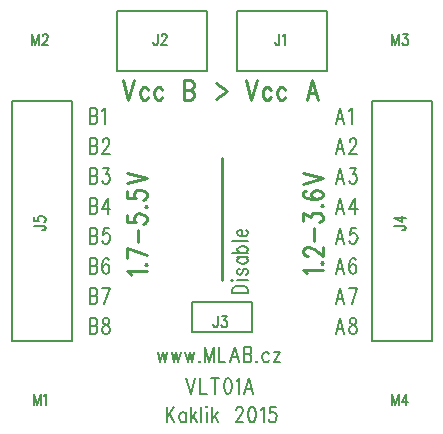
<source format=gbr>
G04 This is an RS-274x file exported by *
G04 gerbv version 2.6.1 *
G04 More information is available about gerbv at *
G04 http://gerbv.geda-project.org/ *
G04 --End of header info--*
%MOIN*%
%FSLAX34Y34*%
%IPPOS*%
%IN "TXB0108.pcb"*%
G04 --Define apertures--*
%ADD10C,0.0010*%
%ADD11C,0.0100*%
%ADD12C,0.0050*%
%ADD13C,0.0080*%
G04 --Start main section--*
G54D11*
G01X0016705Y0024706D02*
G01X0016886Y0024050D01*
G01X0017068Y0024706D02*
G01X0016886Y0024050D01*
G01X0017546Y0024394D02*
G01X0017500Y0024456D01*
G01X0017500Y0024456D02*
G01X0017455Y0024488D01*
G01X0017455Y0024488D02*
G01X0017386Y0024488D01*
G01X0017386Y0024488D02*
G01X0017341Y0024456D01*
G01X0017341Y0024456D02*
G01X0017296Y0024394D01*
G01X0017296Y0024394D02*
G01X0017273Y0024300D01*
G01X0017273Y0024300D02*
G01X0017273Y0024238D01*
G01X0017273Y0024238D02*
G01X0017296Y0024144D01*
G01X0017296Y0024144D02*
G01X0017341Y0024081D01*
G01X0017341Y0024081D02*
G01X0017386Y0024050D01*
G01X0017386Y0024050D02*
G01X0017455Y0024050D01*
G01X0017455Y0024050D02*
G01X0017500Y0024081D01*
G01X0017500Y0024081D02*
G01X0017546Y0024144D01*
G01X0018023Y0024394D02*
G01X0017977Y0024456D01*
G01X0017977Y0024456D02*
G01X0017932Y0024488D01*
G01X0017932Y0024488D02*
G01X0017864Y0024488D01*
G01X0017864Y0024488D02*
G01X0017818Y0024456D01*
G01X0017818Y0024456D02*
G01X0017773Y0024394D01*
G01X0017773Y0024394D02*
G01X0017750Y0024300D01*
G01X0017750Y0024300D02*
G01X0017750Y0024238D01*
G01X0017750Y0024238D02*
G01X0017773Y0024144D01*
G01X0017773Y0024144D02*
G01X0017818Y0024081D01*
G01X0017818Y0024081D02*
G01X0017864Y0024050D01*
G01X0017864Y0024050D02*
G01X0017932Y0024050D01*
G01X0017932Y0024050D02*
G01X0017977Y0024081D01*
G01X0017977Y0024081D02*
G01X0018023Y0024144D01*
G01X0018750Y0024706D02*
G01X0018750Y0024050D01*
G01X0018750Y0024706D02*
G01X0018955Y0024706D01*
G01X0018955Y0024706D02*
G01X0019023Y0024675D01*
G01X0019023Y0024675D02*
G01X0019046Y0024644D01*
G01X0019046Y0024644D02*
G01X0019068Y0024581D01*
G01X0019068Y0024581D02*
G01X0019068Y0024519D01*
G01X0019068Y0024519D02*
G01X0019046Y0024456D01*
G01X0019046Y0024456D02*
G01X0019023Y0024425D01*
G01X0019023Y0024425D02*
G01X0018955Y0024394D01*
G01X0018750Y0024394D02*
G01X0018955Y0024394D01*
G01X0018955Y0024394D02*
G01X0019023Y0024362D01*
G01X0019023Y0024362D02*
G01X0019046Y0024331D01*
G01X0019046Y0024331D02*
G01X0019068Y0024269D01*
G01X0019068Y0024269D02*
G01X0019068Y0024175D01*
G01X0019068Y0024175D02*
G01X0019046Y0024113D01*
G01X0019046Y0024113D02*
G01X0019023Y0024081D01*
G01X0019023Y0024081D02*
G01X0018955Y0024050D01*
G01X0018955Y0024050D02*
G01X0018750Y0024050D01*
G01X0019796Y0024613D02*
G01X0020159Y0024362D01*
G01X0020159Y0024362D02*
G01X0019796Y0024081D01*
G01X0020795Y0024706D02*
G01X0020977Y0024050D01*
G01X0021159Y0024706D02*
G01X0020977Y0024050D01*
G01X0021636Y0024394D02*
G01X0021591Y0024456D01*
G01X0021591Y0024456D02*
G01X0021546Y0024488D01*
G01X0021546Y0024488D02*
G01X0021477Y0024488D01*
G01X0021477Y0024488D02*
G01X0021432Y0024456D01*
G01X0021432Y0024456D02*
G01X0021386Y0024394D01*
G01X0021386Y0024394D02*
G01X0021364Y0024300D01*
G01X0021364Y0024300D02*
G01X0021364Y0024238D01*
G01X0021364Y0024238D02*
G01X0021386Y0024144D01*
G01X0021386Y0024144D02*
G01X0021432Y0024081D01*
G01X0021432Y0024081D02*
G01X0021477Y0024050D01*
G01X0021477Y0024050D02*
G01X0021546Y0024050D01*
G01X0021546Y0024050D02*
G01X0021591Y0024081D01*
G01X0021591Y0024081D02*
G01X0021636Y0024144D01*
G01X0022114Y0024394D02*
G01X0022068Y0024456D01*
G01X0022068Y0024456D02*
G01X0022023Y0024488D01*
G01X0022023Y0024488D02*
G01X0021955Y0024488D01*
G01X0021955Y0024488D02*
G01X0021909Y0024456D01*
G01X0021909Y0024456D02*
G01X0021864Y0024394D01*
G01X0021864Y0024394D02*
G01X0021841Y0024300D01*
G01X0021841Y0024300D02*
G01X0021841Y0024238D01*
G01X0021841Y0024238D02*
G01X0021864Y0024144D01*
G01X0021864Y0024144D02*
G01X0021909Y0024081D01*
G01X0021909Y0024081D02*
G01X0021955Y0024050D01*
G01X0021955Y0024050D02*
G01X0022023Y0024050D01*
G01X0022023Y0024050D02*
G01X0022068Y0024081D01*
G01X0022068Y0024081D02*
G01X0022114Y0024144D01*
G01X0023023Y0024706D02*
G01X0022841Y0024050D01*
G01X0023023Y0024706D02*
G01X0023205Y0024050D01*
G01X0022909Y0024269D02*
G01X0023136Y0024269D01*
G01X0022839Y0018274D02*
G01X0022808Y0018320D01*
G01X0022808Y0018320D02*
G01X0022714Y0018388D01*
G01X0022714Y0018388D02*
G01X0023370Y0018388D01*
G01X0023308Y0018615D02*
G01X0023339Y0018592D01*
G01X0023339Y0018592D02*
G01X0023370Y0018615D01*
G01X0023370Y0018615D02*
G01X0023339Y0018638D01*
G01X0023339Y0018638D02*
G01X0023308Y0018615D01*
G01X0022870Y0018865D02*
G01X0022839Y0018865D01*
G01X0022839Y0018865D02*
G01X0022776Y0018888D01*
G01X0022776Y0018888D02*
G01X0022745Y0018911D01*
G01X0022745Y0018911D02*
G01X0022714Y0018956D01*
G01X0022714Y0018956D02*
G01X0022714Y0019047D01*
G01X0022714Y0019047D02*
G01X0022745Y0019092D01*
G01X0022745Y0019092D02*
G01X0022776Y0019115D01*
G01X0022776Y0019115D02*
G01X0022839Y0019138D01*
G01X0022839Y0019138D02*
G01X0022901Y0019138D01*
G01X0022901Y0019138D02*
G01X0022964Y0019115D01*
G01X0022964Y0019115D02*
G01X0023058Y0019070D01*
G01X0023058Y0019070D02*
G01X0023370Y0018842D01*
G01X0023370Y0018842D02*
G01X0023370Y0019161D01*
G01X0023089Y0019365D02*
G01X0023089Y0019774D01*
G01X0022714Y0020024D02*
G01X0022714Y0020274D01*
G01X0022714Y0020274D02*
G01X0022964Y0020138D01*
G01X0022964Y0020138D02*
G01X0022964Y0020206D01*
G01X0022964Y0020206D02*
G01X0022995Y0020251D01*
G01X0022995Y0020251D02*
G01X0023026Y0020274D01*
G01X0023026Y0020274D02*
G01X0023120Y0020297D01*
G01X0023120Y0020297D02*
G01X0023183Y0020297D01*
G01X0023183Y0020297D02*
G01X0023276Y0020274D01*
G01X0023276Y0020274D02*
G01X0023339Y0020229D01*
G01X0023339Y0020229D02*
G01X0023370Y0020161D01*
G01X0023370Y0020161D02*
G01X0023370Y0020092D01*
G01X0023370Y0020092D02*
G01X0023339Y0020024D01*
G01X0023339Y0020024D02*
G01X0023308Y0020001D01*
G01X0023308Y0020001D02*
G01X0023245Y0019979D01*
G01X0023308Y0020524D02*
G01X0023339Y0020501D01*
G01X0023339Y0020501D02*
G01X0023370Y0020524D01*
G01X0023370Y0020524D02*
G01X0023339Y0020547D01*
G01X0023339Y0020547D02*
G01X0023308Y0020524D01*
G01X0022808Y0021024D02*
G01X0022745Y0021001D01*
G01X0022745Y0021001D02*
G01X0022714Y0020933D01*
G01X0022714Y0020933D02*
G01X0022714Y0020888D01*
G01X0022714Y0020888D02*
G01X0022745Y0020820D01*
G01X0022745Y0020820D02*
G01X0022839Y0020774D01*
G01X0022839Y0020774D02*
G01X0022995Y0020751D01*
G01X0022995Y0020751D02*
G01X0023151Y0020751D01*
G01X0023151Y0020751D02*
G01X0023276Y0020774D01*
G01X0023276Y0020774D02*
G01X0023339Y0020820D01*
G01X0023339Y0020820D02*
G01X0023370Y0020888D01*
G01X0023370Y0020888D02*
G01X0023370Y0020911D01*
G01X0023370Y0020911D02*
G01X0023339Y0020979D01*
G01X0023339Y0020979D02*
G01X0023276Y0021024D01*
G01X0023276Y0021024D02*
G01X0023183Y0021047D01*
G01X0023183Y0021047D02*
G01X0023151Y0021047D01*
G01X0023151Y0021047D02*
G01X0023058Y0021024D01*
G01X0023058Y0021024D02*
G01X0022995Y0020979D01*
G01X0022995Y0020979D02*
G01X0022964Y0020911D01*
G01X0022964Y0020911D02*
G01X0022964Y0020888D01*
G01X0022964Y0020888D02*
G01X0022995Y0020820D01*
G01X0022995Y0020820D02*
G01X0023058Y0020774D01*
G01X0023058Y0020774D02*
G01X0023151Y0020751D01*
G01X0022714Y0021251D02*
G01X0023370Y0021433D01*
G01X0022714Y0021615D02*
G01X0023370Y0021433D01*
G01X0016969Y0018220D02*
G01X0016938Y0018266D01*
G01X0016938Y0018266D02*
G01X0016844Y0018334D01*
G01X0016844Y0018334D02*
G01X0017501Y0018334D01*
G01X0017438Y0018561D02*
G01X0017469Y0018538D01*
G01X0017469Y0018538D02*
G01X0017501Y0018561D01*
G01X0017501Y0018561D02*
G01X0017469Y0018584D01*
G01X0017469Y0018584D02*
G01X0017438Y0018561D01*
G01X0016844Y0019106D02*
G01X0017501Y0018879D01*
G01X0016844Y0018788D02*
G01X0016844Y0019106D01*
G01X0017219Y0019311D02*
G01X0017219Y0019720D01*
G01X0016844Y0020220D02*
G01X0016844Y0019993D01*
G01X0016844Y0019993D02*
G01X0017126Y0019970D01*
G01X0017126Y0019970D02*
G01X0017094Y0019993D01*
G01X0017094Y0019993D02*
G01X0017063Y0020061D01*
G01X0017063Y0020061D02*
G01X0017063Y0020129D01*
G01X0017063Y0020129D02*
G01X0017094Y0020197D01*
G01X0017094Y0020197D02*
G01X0017157Y0020243D01*
G01X0017157Y0020243D02*
G01X0017251Y0020266D01*
G01X0017251Y0020266D02*
G01X0017313Y0020243D01*
G01X0017313Y0020243D02*
G01X0017407Y0020220D01*
G01X0017407Y0020220D02*
G01X0017469Y0020175D01*
G01X0017469Y0020175D02*
G01X0017501Y0020106D01*
G01X0017501Y0020106D02*
G01X0017501Y0020038D01*
G01X0017501Y0020038D02*
G01X0017469Y0019970D01*
G01X0017469Y0019970D02*
G01X0017438Y0019947D01*
G01X0017438Y0019947D02*
G01X0017376Y0019925D01*
G01X0017438Y0020493D02*
G01X0017469Y0020470D01*
G01X0017469Y0020470D02*
G01X0017501Y0020493D01*
G01X0017501Y0020493D02*
G01X0017469Y0020516D01*
G01X0017469Y0020516D02*
G01X0017438Y0020493D01*
G01X0016844Y0021016D02*
G01X0016844Y0020788D01*
G01X0016844Y0020788D02*
G01X0017126Y0020766D01*
G01X0017126Y0020766D02*
G01X0017094Y0020788D01*
G01X0017094Y0020788D02*
G01X0017063Y0020856D01*
G01X0017063Y0020856D02*
G01X0017063Y0020925D01*
G01X0017063Y0020925D02*
G01X0017094Y0020993D01*
G01X0017094Y0020993D02*
G01X0017157Y0021038D01*
G01X0017157Y0021038D02*
G01X0017251Y0021061D01*
G01X0017251Y0021061D02*
G01X0017313Y0021038D01*
G01X0017313Y0021038D02*
G01X0017407Y0021016D01*
G01X0017407Y0021016D02*
G01X0017469Y0020970D01*
G01X0017469Y0020970D02*
G01X0017501Y0020902D01*
G01X0017501Y0020902D02*
G01X0017501Y0020834D01*
G01X0017501Y0020834D02*
G01X0017469Y0020766D01*
G01X0017469Y0020766D02*
G01X0017438Y0020743D01*
G01X0017438Y0020743D02*
G01X0017376Y0020720D01*
G01X0016844Y0021266D02*
G01X0017501Y0021447D01*
G01X0016844Y0021629D02*
G01X0017501Y0021447D01*
G01X0020000Y0022130D02*
G01X0020000Y0018040D01*
G54D12*
G01X0021921Y0026259D02*
G01X0021921Y0025959D01*
G01X0021921Y0025959D02*
G01X0021907Y0025903D01*
G01X0021907Y0025903D02*
G01X0021893Y0025884D01*
G01X0021893Y0025884D02*
G01X0021866Y0025866D01*
G01X0021866Y0025866D02*
G01X0021839Y0025866D01*
G01X0021839Y0025866D02*
G01X0021811Y0025884D01*
G01X0021811Y0025884D02*
G01X0021798Y0025903D01*
G01X0021798Y0025903D02*
G01X0021784Y0025959D01*
G01X0021784Y0025959D02*
G01X0021784Y0025997D01*
G01X0022043Y0026184D02*
G01X0022071Y0026203D01*
G01X0022071Y0026203D02*
G01X0022111Y0026259D01*
G01X0022111Y0026259D02*
G01X0022111Y0025866D01*
G01X0017859Y0026259D02*
G01X0017859Y0025959D01*
G01X0017859Y0025959D02*
G01X0017846Y0025903D01*
G01X0017846Y0025903D02*
G01X0017832Y0025884D01*
G01X0017832Y0025884D02*
G01X0017805Y0025866D01*
G01X0017805Y0025866D02*
G01X0017777Y0025866D01*
G01X0017777Y0025866D02*
G01X0017750Y0025884D01*
G01X0017750Y0025884D02*
G01X0017736Y0025903D01*
G01X0017736Y0025903D02*
G01X0017723Y0025959D01*
G01X0017723Y0025959D02*
G01X0017723Y0025997D01*
G01X0017996Y0026166D02*
G01X0017996Y0026184D01*
G01X0017996Y0026184D02*
G01X0018009Y0026222D01*
G01X0018009Y0026222D02*
G01X0018023Y0026241D01*
G01X0018023Y0026241D02*
G01X0018050Y0026259D01*
G01X0018050Y0026259D02*
G01X0018105Y0026259D01*
G01X0018105Y0026259D02*
G01X0018132Y0026241D01*
G01X0018132Y0026241D02*
G01X0018146Y0026222D01*
G01X0018146Y0026222D02*
G01X0018159Y0026184D01*
G01X0018159Y0026184D02*
G01X0018159Y0026147D01*
G01X0018159Y0026147D02*
G01X0018146Y0026109D01*
G01X0018146Y0026109D02*
G01X0018118Y0026053D01*
G01X0018118Y0026053D02*
G01X0017982Y0025866D01*
G01X0017982Y0025866D02*
G01X0018173Y0025866D01*
G01X0025741Y0019852D02*
G01X0026041Y0019852D01*
G01X0026041Y0019852D02*
G01X0026097Y0019839D01*
G01X0026097Y0019839D02*
G01X0026116Y0019825D01*
G01X0026116Y0019825D02*
G01X0026134Y0019798D01*
G01X0026134Y0019798D02*
G01X0026134Y0019771D01*
G01X0026134Y0019771D02*
G01X0026116Y0019743D01*
G01X0026116Y0019743D02*
G01X0026097Y0019730D01*
G01X0026097Y0019730D02*
G01X0026041Y0019716D01*
G01X0026041Y0019716D02*
G01X0026003Y0019716D01*
G01X0025741Y0020111D02*
G01X0026003Y0019975D01*
G01X0026003Y0019975D02*
G01X0026003Y0020180D01*
G01X0025741Y0020111D02*
G01X0026134Y0020111D01*
G01X0013741Y0019852D02*
G01X0014041Y0019852D01*
G01X0014041Y0019852D02*
G01X0014097Y0019839D01*
G01X0014097Y0019839D02*
G01X0014116Y0019825D01*
G01X0014116Y0019825D02*
G01X0014134Y0019798D01*
G01X0014134Y0019798D02*
G01X0014134Y0019771D01*
G01X0014134Y0019771D02*
G01X0014116Y0019743D01*
G01X0014116Y0019743D02*
G01X0014097Y0019730D01*
G01X0014097Y0019730D02*
G01X0014041Y0019716D01*
G01X0014041Y0019716D02*
G01X0014003Y0019716D01*
G01X0013741Y0020152D02*
G01X0013741Y0020016D01*
G01X0013741Y0020016D02*
G01X0013909Y0020002D01*
G01X0013909Y0020002D02*
G01X0013891Y0020016D01*
G01X0013891Y0020016D02*
G01X0013872Y0020057D01*
G01X0013872Y0020057D02*
G01X0013872Y0020098D01*
G01X0013872Y0020098D02*
G01X0013891Y0020139D01*
G01X0013891Y0020139D02*
G01X0013928Y0020166D01*
G01X0013928Y0020166D02*
G01X0013984Y0020180D01*
G01X0013984Y0020180D02*
G01X0014022Y0020166D01*
G01X0014022Y0020166D02*
G01X0014078Y0020152D01*
G01X0014078Y0020152D02*
G01X0014116Y0020125D01*
G01X0014116Y0020125D02*
G01X0014134Y0020084D01*
G01X0014134Y0020084D02*
G01X0014134Y0020043D01*
G01X0014134Y0020043D02*
G01X0014116Y0020002D01*
G01X0014116Y0020002D02*
G01X0014097Y0019989D01*
G01X0014097Y0019989D02*
G01X0014059Y0019975D01*
G01X0013743Y0014259D02*
G01X0013743Y0013866D01*
G01X0013743Y0014259D02*
G01X0013852Y0013866D01*
G01X0013961Y0014259D02*
G01X0013852Y0013866D01*
G01X0013961Y0014259D02*
G01X0013961Y0013866D01*
G01X0014084Y0014184D02*
G01X0014111Y0014203D01*
G01X0014111Y0014203D02*
G01X0014152Y0014259D01*
G01X0014152Y0014259D02*
G01X0014152Y0013866D01*
G01X0013682Y0026259D02*
G01X0013682Y0025866D01*
G01X0013682Y0026259D02*
G01X0013791Y0025866D01*
G01X0013900Y0026259D02*
G01X0013791Y0025866D01*
G01X0013900Y0026259D02*
G01X0013900Y0025866D01*
G01X0014036Y0026166D02*
G01X0014036Y0026184D01*
G01X0014036Y0026184D02*
G01X0014050Y0026222D01*
G01X0014050Y0026222D02*
G01X0014064Y0026241D01*
G01X0014064Y0026241D02*
G01X0014091Y0026259D01*
G01X0014091Y0026259D02*
G01X0014146Y0026259D01*
G01X0014146Y0026259D02*
G01X0014173Y0026241D01*
G01X0014173Y0026241D02*
G01X0014186Y0026222D01*
G01X0014186Y0026222D02*
G01X0014200Y0026184D01*
G01X0014200Y0026184D02*
G01X0014200Y0026147D01*
G01X0014200Y0026147D02*
G01X0014186Y0026109D01*
G01X0014186Y0026109D02*
G01X0014159Y0026053D01*
G01X0014159Y0026053D02*
G01X0014023Y0025866D01*
G01X0014023Y0025866D02*
G01X0014214Y0025866D01*
G01X0025682Y0026259D02*
G01X0025682Y0025866D01*
G01X0025682Y0026259D02*
G01X0025791Y0025866D01*
G01X0025900Y0026259D02*
G01X0025791Y0025866D01*
G01X0025900Y0026259D02*
G01X0025900Y0025866D01*
G01X0026050Y0026259D02*
G01X0026200Y0026259D01*
G01X0026200Y0026259D02*
G01X0026118Y0026109D01*
G01X0026118Y0026109D02*
G01X0026159Y0026109D01*
G01X0026159Y0026109D02*
G01X0026186Y0026091D01*
G01X0026186Y0026091D02*
G01X0026200Y0026072D01*
G01X0026200Y0026072D02*
G01X0026214Y0026016D01*
G01X0026214Y0026016D02*
G01X0026214Y0025978D01*
G01X0026214Y0025978D02*
G01X0026200Y0025922D01*
G01X0026200Y0025922D02*
G01X0026173Y0025884D01*
G01X0026173Y0025884D02*
G01X0026132Y0025866D01*
G01X0026132Y0025866D02*
G01X0026091Y0025866D01*
G01X0026091Y0025866D02*
G01X0026050Y0025884D01*
G01X0026050Y0025884D02*
G01X0026036Y0025903D01*
G01X0026036Y0025903D02*
G01X0026023Y0025941D01*
G01X0025675Y0014259D02*
G01X0025675Y0013866D01*
G01X0025675Y0014259D02*
G01X0025784Y0013866D01*
G01X0025893Y0014259D02*
G01X0025784Y0013866D01*
G01X0025893Y0014259D02*
G01X0025893Y0013866D01*
G01X0026152Y0014259D02*
G01X0026016Y0013997D01*
G01X0026016Y0013997D02*
G01X0026221Y0013997D01*
G01X0026152Y0014259D02*
G01X0026152Y0013866D01*
G01X0019859Y0016859D02*
G01X0019859Y0016559D01*
G01X0019859Y0016559D02*
G01X0019846Y0016503D01*
G01X0019846Y0016503D02*
G01X0019832Y0016484D01*
G01X0019832Y0016484D02*
G01X0019805Y0016466D01*
G01X0019805Y0016466D02*
G01X0019777Y0016466D01*
G01X0019777Y0016466D02*
G01X0019750Y0016484D01*
G01X0019750Y0016484D02*
G01X0019736Y0016503D01*
G01X0019736Y0016503D02*
G01X0019723Y0016559D01*
G01X0019723Y0016559D02*
G01X0019723Y0016597D01*
G01X0020009Y0016859D02*
G01X0020159Y0016859D01*
G01X0020159Y0016859D02*
G01X0020077Y0016709D01*
G01X0020077Y0016709D02*
G01X0020118Y0016709D01*
G01X0020118Y0016709D02*
G01X0020146Y0016691D01*
G01X0020146Y0016691D02*
G01X0020159Y0016672D01*
G01X0020159Y0016672D02*
G01X0020173Y0016616D01*
G01X0020173Y0016616D02*
G01X0020173Y0016578D01*
G01X0020173Y0016578D02*
G01X0020159Y0016522D01*
G01X0020159Y0016522D02*
G01X0020132Y0016484D01*
G01X0020132Y0016484D02*
G01X0020091Y0016466D01*
G01X0020091Y0016466D02*
G01X0020050Y0016466D01*
G01X0020050Y0016466D02*
G01X0020009Y0016484D01*
G01X0020009Y0016484D02*
G01X0019996Y0016503D01*
G01X0019996Y0016503D02*
G01X0019982Y0016541D01*
G54D13*
G01X0020500Y0027000D02*
G01X0023500Y0027000D01*
G01X0023500Y0027000D02*
G01X0023500Y0025000D01*
G01X0023500Y0025000D02*
G01X0020500Y0025000D01*
G01X0020500Y0025000D02*
G01X0020500Y0027000D01*
G01X0016500Y0027000D02*
G01X0019500Y0027000D01*
G01X0019500Y0027000D02*
G01X0019500Y0025000D01*
G01X0019500Y0025000D02*
G01X0016500Y0025000D01*
G01X0016500Y0025000D02*
G01X0016500Y0027000D01*
G01X0025000Y0016000D02*
G01X0025000Y0024000D01*
G01X0025000Y0024000D02*
G01X0027000Y0024000D01*
G01X0027000Y0024000D02*
G01X0027000Y0016000D01*
G01X0027000Y0016000D02*
G01X0025000Y0016000D01*
G01X0013000Y0016000D02*
G01X0013000Y0024000D01*
G01X0013000Y0024000D02*
G01X0015000Y0024000D01*
G01X0015000Y0024000D02*
G01X0015000Y0016000D01*
G01X0015000Y0016000D02*
G01X0013000Y0016000D01*
G01X0021000Y0016300D02*
G01X0019000Y0016300D01*
G01X0019000Y0016300D02*
G01X0019000Y0017300D01*
G01X0019000Y0017300D02*
G01X0021000Y0017300D01*
G01X0021000Y0017300D02*
G01X0021000Y0016300D01*
G01X0020345Y0017600D02*
G01X0020870Y0017600D01*
G01X0020345Y0017600D02*
G01X0020345Y0017727D01*
G01X0020345Y0017727D02*
G01X0020370Y0017782D01*
G01X0020370Y0017782D02*
G01X0020420Y0017818D01*
G01X0020420Y0017818D02*
G01X0020470Y0017836D01*
G01X0020470Y0017836D02*
G01X0020545Y0017855D01*
G01X0020545Y0017855D02*
G01X0020670Y0017855D01*
G01X0020670Y0017855D02*
G01X0020745Y0017836D01*
G01X0020745Y0017836D02*
G01X0020795Y0017818D01*
G01X0020795Y0017818D02*
G01X0020845Y0017782D01*
G01X0020845Y0017782D02*
G01X0020870Y0017727D01*
G01X0020870Y0017727D02*
G01X0020870Y0017600D01*
G01X0020345Y0018018D02*
G01X0020370Y0018036D01*
G01X0020370Y0018036D02*
G01X0020345Y0018055D01*
G01X0020345Y0018055D02*
G01X0020320Y0018036D01*
G01X0020320Y0018036D02*
G01X0020345Y0018018D01*
G01X0020520Y0018036D02*
G01X0020870Y0018036D01*
G01X0020595Y0018418D02*
G01X0020545Y0018400D01*
G01X0020545Y0018400D02*
G01X0020520Y0018346D01*
G01X0020520Y0018346D02*
G01X0020520Y0018291D01*
G01X0020520Y0018291D02*
G01X0020545Y0018236D01*
G01X0020545Y0018236D02*
G01X0020595Y0018218D01*
G01X0020595Y0018218D02*
G01X0020645Y0018236D01*
G01X0020645Y0018236D02*
G01X0020670Y0018273D01*
G01X0020670Y0018273D02*
G01X0020695Y0018364D01*
G01X0020695Y0018364D02*
G01X0020720Y0018400D01*
G01X0020720Y0018400D02*
G01X0020770Y0018418D01*
G01X0020770Y0018418D02*
G01X0020795Y0018418D01*
G01X0020795Y0018418D02*
G01X0020845Y0018400D01*
G01X0020845Y0018400D02*
G01X0020870Y0018346D01*
G01X0020870Y0018346D02*
G01X0020870Y0018291D01*
G01X0020870Y0018291D02*
G01X0020845Y0018236D01*
G01X0020845Y0018236D02*
G01X0020795Y0018218D01*
G01X0020520Y0018800D02*
G01X0020870Y0018800D01*
G01X0020595Y0018800D02*
G01X0020545Y0018764D01*
G01X0020545Y0018764D02*
G01X0020520Y0018727D01*
G01X0020520Y0018727D02*
G01X0020520Y0018673D01*
G01X0020520Y0018673D02*
G01X0020545Y0018636D01*
G01X0020545Y0018636D02*
G01X0020595Y0018600D01*
G01X0020595Y0018600D02*
G01X0020670Y0018582D01*
G01X0020670Y0018582D02*
G01X0020720Y0018582D01*
G01X0020720Y0018582D02*
G01X0020795Y0018600D01*
G01X0020795Y0018600D02*
G01X0020845Y0018636D01*
G01X0020845Y0018636D02*
G01X0020870Y0018673D01*
G01X0020870Y0018673D02*
G01X0020870Y0018727D01*
G01X0020870Y0018727D02*
G01X0020845Y0018764D01*
G01X0020845Y0018764D02*
G01X0020795Y0018800D01*
G01X0020345Y0018964D02*
G01X0020870Y0018964D01*
G01X0020595Y0018964D02*
G01X0020545Y0019000D01*
G01X0020545Y0019000D02*
G01X0020520Y0019036D01*
G01X0020520Y0019036D02*
G01X0020520Y0019091D01*
G01X0020520Y0019091D02*
G01X0020545Y0019127D01*
G01X0020545Y0019127D02*
G01X0020595Y0019164D01*
G01X0020595Y0019164D02*
G01X0020670Y0019182D01*
G01X0020670Y0019182D02*
G01X0020720Y0019182D01*
G01X0020720Y0019182D02*
G01X0020795Y0019164D01*
G01X0020795Y0019164D02*
G01X0020845Y0019127D01*
G01X0020845Y0019127D02*
G01X0020870Y0019091D01*
G01X0020870Y0019091D02*
G01X0020870Y0019036D01*
G01X0020870Y0019036D02*
G01X0020845Y0019000D01*
G01X0020845Y0019000D02*
G01X0020795Y0018964D01*
G01X0020345Y0019346D02*
G01X0020870Y0019346D01*
G01X0020670Y0019509D02*
G01X0020670Y0019727D01*
G01X0020670Y0019727D02*
G01X0020620Y0019727D01*
G01X0020620Y0019727D02*
G01X0020570Y0019709D01*
G01X0020570Y0019709D02*
G01X0020545Y0019691D01*
G01X0020545Y0019691D02*
G01X0020520Y0019655D01*
G01X0020520Y0019655D02*
G01X0020520Y0019600D01*
G01X0020520Y0019600D02*
G01X0020545Y0019564D01*
G01X0020545Y0019564D02*
G01X0020595Y0019527D01*
G01X0020595Y0019527D02*
G01X0020670Y0019509D01*
G01X0020670Y0019509D02*
G01X0020720Y0019509D01*
G01X0020720Y0019509D02*
G01X0020795Y0019527D01*
G01X0020795Y0019527D02*
G01X0020845Y0019564D01*
G01X0020845Y0019564D02*
G01X0020870Y0019600D01*
G01X0020870Y0019600D02*
G01X0020870Y0019655D01*
G01X0020870Y0019655D02*
G01X0020845Y0019691D01*
G01X0020845Y0019691D02*
G01X0020795Y0019727D01*
G01X0015600Y0023775D02*
G01X0015600Y0023250D01*
G01X0015600Y0023775D02*
G01X0015764Y0023775D01*
G01X0015764Y0023775D02*
G01X0015818Y0023750D01*
G01X0015818Y0023750D02*
G01X0015836Y0023725D01*
G01X0015836Y0023725D02*
G01X0015855Y0023675D01*
G01X0015855Y0023675D02*
G01X0015855Y0023625D01*
G01X0015855Y0023625D02*
G01X0015836Y0023575D01*
G01X0015836Y0023575D02*
G01X0015818Y0023550D01*
G01X0015818Y0023550D02*
G01X0015764Y0023525D01*
G01X0015600Y0023525D02*
G01X0015764Y0023525D01*
G01X0015764Y0023525D02*
G01X0015818Y0023500D01*
G01X0015818Y0023500D02*
G01X0015836Y0023475D01*
G01X0015836Y0023475D02*
G01X0015855Y0023425D01*
G01X0015855Y0023425D02*
G01X0015855Y0023350D01*
G01X0015855Y0023350D02*
G01X0015836Y0023300D01*
G01X0015836Y0023300D02*
G01X0015818Y0023275D01*
G01X0015818Y0023275D02*
G01X0015764Y0023250D01*
G01X0015764Y0023250D02*
G01X0015600Y0023250D01*
G01X0016018Y0023675D02*
G01X0016055Y0023700D01*
G01X0016055Y0023700D02*
G01X0016109Y0023775D01*
G01X0016109Y0023775D02*
G01X0016109Y0023250D01*
G01X0015600Y0022775D02*
G01X0015600Y0022250D01*
G01X0015600Y0022775D02*
G01X0015764Y0022775D01*
G01X0015764Y0022775D02*
G01X0015818Y0022750D01*
G01X0015818Y0022750D02*
G01X0015836Y0022725D01*
G01X0015836Y0022725D02*
G01X0015855Y0022675D01*
G01X0015855Y0022675D02*
G01X0015855Y0022625D01*
G01X0015855Y0022625D02*
G01X0015836Y0022575D01*
G01X0015836Y0022575D02*
G01X0015818Y0022550D01*
G01X0015818Y0022550D02*
G01X0015764Y0022525D01*
G01X0015600Y0022525D02*
G01X0015764Y0022525D01*
G01X0015764Y0022525D02*
G01X0015818Y0022500D01*
G01X0015818Y0022500D02*
G01X0015836Y0022475D01*
G01X0015836Y0022475D02*
G01X0015855Y0022425D01*
G01X0015855Y0022425D02*
G01X0015855Y0022350D01*
G01X0015855Y0022350D02*
G01X0015836Y0022300D01*
G01X0015836Y0022300D02*
G01X0015818Y0022275D01*
G01X0015818Y0022275D02*
G01X0015764Y0022250D01*
G01X0015764Y0022250D02*
G01X0015600Y0022250D01*
G01X0016036Y0022650D02*
G01X0016036Y0022675D01*
G01X0016036Y0022675D02*
G01X0016055Y0022725D01*
G01X0016055Y0022725D02*
G01X0016073Y0022750D01*
G01X0016073Y0022750D02*
G01X0016109Y0022775D01*
G01X0016109Y0022775D02*
G01X0016182Y0022775D01*
G01X0016182Y0022775D02*
G01X0016218Y0022750D01*
G01X0016218Y0022750D02*
G01X0016236Y0022725D01*
G01X0016236Y0022725D02*
G01X0016255Y0022675D01*
G01X0016255Y0022675D02*
G01X0016255Y0022625D01*
G01X0016255Y0022625D02*
G01X0016236Y0022575D01*
G01X0016236Y0022575D02*
G01X0016200Y0022500D01*
G01X0016200Y0022500D02*
G01X0016018Y0022250D01*
G01X0016018Y0022250D02*
G01X0016273Y0022250D01*
G01X0015600Y0021775D02*
G01X0015600Y0021250D01*
G01X0015600Y0021775D02*
G01X0015764Y0021775D01*
G01X0015764Y0021775D02*
G01X0015818Y0021750D01*
G01X0015818Y0021750D02*
G01X0015836Y0021725D01*
G01X0015836Y0021725D02*
G01X0015855Y0021675D01*
G01X0015855Y0021675D02*
G01X0015855Y0021625D01*
G01X0015855Y0021625D02*
G01X0015836Y0021575D01*
G01X0015836Y0021575D02*
G01X0015818Y0021550D01*
G01X0015818Y0021550D02*
G01X0015764Y0021525D01*
G01X0015600Y0021525D02*
G01X0015764Y0021525D01*
G01X0015764Y0021525D02*
G01X0015818Y0021500D01*
G01X0015818Y0021500D02*
G01X0015836Y0021475D01*
G01X0015836Y0021475D02*
G01X0015855Y0021425D01*
G01X0015855Y0021425D02*
G01X0015855Y0021350D01*
G01X0015855Y0021350D02*
G01X0015836Y0021300D01*
G01X0015836Y0021300D02*
G01X0015818Y0021275D01*
G01X0015818Y0021275D02*
G01X0015764Y0021250D01*
G01X0015764Y0021250D02*
G01X0015600Y0021250D01*
G01X0016055Y0021775D02*
G01X0016255Y0021775D01*
G01X0016255Y0021775D02*
G01X0016146Y0021575D01*
G01X0016146Y0021575D02*
G01X0016200Y0021575D01*
G01X0016200Y0021575D02*
G01X0016236Y0021550D01*
G01X0016236Y0021550D02*
G01X0016255Y0021525D01*
G01X0016255Y0021525D02*
G01X0016273Y0021450D01*
G01X0016273Y0021450D02*
G01X0016273Y0021400D01*
G01X0016273Y0021400D02*
G01X0016255Y0021325D01*
G01X0016255Y0021325D02*
G01X0016218Y0021275D01*
G01X0016218Y0021275D02*
G01X0016164Y0021250D01*
G01X0016164Y0021250D02*
G01X0016109Y0021250D01*
G01X0016109Y0021250D02*
G01X0016055Y0021275D01*
G01X0016055Y0021275D02*
G01X0016036Y0021300D01*
G01X0016036Y0021300D02*
G01X0016018Y0021350D01*
G01X0015600Y0020775D02*
G01X0015600Y0020250D01*
G01X0015600Y0020775D02*
G01X0015764Y0020775D01*
G01X0015764Y0020775D02*
G01X0015818Y0020750D01*
G01X0015818Y0020750D02*
G01X0015836Y0020725D01*
G01X0015836Y0020725D02*
G01X0015855Y0020675D01*
G01X0015855Y0020675D02*
G01X0015855Y0020625D01*
G01X0015855Y0020625D02*
G01X0015836Y0020575D01*
G01X0015836Y0020575D02*
G01X0015818Y0020550D01*
G01X0015818Y0020550D02*
G01X0015764Y0020525D01*
G01X0015600Y0020525D02*
G01X0015764Y0020525D01*
G01X0015764Y0020525D02*
G01X0015818Y0020500D01*
G01X0015818Y0020500D02*
G01X0015836Y0020475D01*
G01X0015836Y0020475D02*
G01X0015855Y0020425D01*
G01X0015855Y0020425D02*
G01X0015855Y0020350D01*
G01X0015855Y0020350D02*
G01X0015836Y0020300D01*
G01X0015836Y0020300D02*
G01X0015818Y0020275D01*
G01X0015818Y0020275D02*
G01X0015764Y0020250D01*
G01X0015764Y0020250D02*
G01X0015600Y0020250D01*
G01X0016200Y0020775D02*
G01X0016018Y0020425D01*
G01X0016018Y0020425D02*
G01X0016291Y0020425D01*
G01X0016200Y0020775D02*
G01X0016200Y0020250D01*
G01X0015600Y0019775D02*
G01X0015600Y0019250D01*
G01X0015600Y0019775D02*
G01X0015764Y0019775D01*
G01X0015764Y0019775D02*
G01X0015818Y0019750D01*
G01X0015818Y0019750D02*
G01X0015836Y0019725D01*
G01X0015836Y0019725D02*
G01X0015855Y0019675D01*
G01X0015855Y0019675D02*
G01X0015855Y0019625D01*
G01X0015855Y0019625D02*
G01X0015836Y0019575D01*
G01X0015836Y0019575D02*
G01X0015818Y0019550D01*
G01X0015818Y0019550D02*
G01X0015764Y0019525D01*
G01X0015600Y0019525D02*
G01X0015764Y0019525D01*
G01X0015764Y0019525D02*
G01X0015818Y0019500D01*
G01X0015818Y0019500D02*
G01X0015836Y0019475D01*
G01X0015836Y0019475D02*
G01X0015855Y0019425D01*
G01X0015855Y0019425D02*
G01X0015855Y0019350D01*
G01X0015855Y0019350D02*
G01X0015836Y0019300D01*
G01X0015836Y0019300D02*
G01X0015818Y0019275D01*
G01X0015818Y0019275D02*
G01X0015764Y0019250D01*
G01X0015764Y0019250D02*
G01X0015600Y0019250D01*
G01X0016255Y0019775D02*
G01X0016073Y0019775D01*
G01X0016073Y0019775D02*
G01X0016055Y0019550D01*
G01X0016055Y0019550D02*
G01X0016073Y0019575D01*
G01X0016073Y0019575D02*
G01X0016127Y0019600D01*
G01X0016127Y0019600D02*
G01X0016182Y0019600D01*
G01X0016182Y0019600D02*
G01X0016236Y0019575D01*
G01X0016236Y0019575D02*
G01X0016273Y0019525D01*
G01X0016273Y0019525D02*
G01X0016291Y0019450D01*
G01X0016291Y0019450D02*
G01X0016273Y0019400D01*
G01X0016273Y0019400D02*
G01X0016255Y0019325D01*
G01X0016255Y0019325D02*
G01X0016218Y0019275D01*
G01X0016218Y0019275D02*
G01X0016164Y0019250D01*
G01X0016164Y0019250D02*
G01X0016109Y0019250D01*
G01X0016109Y0019250D02*
G01X0016055Y0019275D01*
G01X0016055Y0019275D02*
G01X0016036Y0019300D01*
G01X0016036Y0019300D02*
G01X0016018Y0019350D01*
G01X0015600Y0018775D02*
G01X0015600Y0018250D01*
G01X0015600Y0018775D02*
G01X0015764Y0018775D01*
G01X0015764Y0018775D02*
G01X0015818Y0018750D01*
G01X0015818Y0018750D02*
G01X0015836Y0018725D01*
G01X0015836Y0018725D02*
G01X0015855Y0018675D01*
G01X0015855Y0018675D02*
G01X0015855Y0018625D01*
G01X0015855Y0018625D02*
G01X0015836Y0018575D01*
G01X0015836Y0018575D02*
G01X0015818Y0018550D01*
G01X0015818Y0018550D02*
G01X0015764Y0018525D01*
G01X0015600Y0018525D02*
G01X0015764Y0018525D01*
G01X0015764Y0018525D02*
G01X0015818Y0018500D01*
G01X0015818Y0018500D02*
G01X0015836Y0018475D01*
G01X0015836Y0018475D02*
G01X0015855Y0018425D01*
G01X0015855Y0018425D02*
G01X0015855Y0018350D01*
G01X0015855Y0018350D02*
G01X0015836Y0018300D01*
G01X0015836Y0018300D02*
G01X0015818Y0018275D01*
G01X0015818Y0018275D02*
G01X0015764Y0018250D01*
G01X0015764Y0018250D02*
G01X0015600Y0018250D01*
G01X0016236Y0018700D02*
G01X0016218Y0018750D01*
G01X0016218Y0018750D02*
G01X0016164Y0018775D01*
G01X0016164Y0018775D02*
G01X0016127Y0018775D01*
G01X0016127Y0018775D02*
G01X0016073Y0018750D01*
G01X0016073Y0018750D02*
G01X0016036Y0018675D01*
G01X0016036Y0018675D02*
G01X0016018Y0018550D01*
G01X0016018Y0018550D02*
G01X0016018Y0018425D01*
G01X0016018Y0018425D02*
G01X0016036Y0018325D01*
G01X0016036Y0018325D02*
G01X0016073Y0018275D01*
G01X0016073Y0018275D02*
G01X0016127Y0018250D01*
G01X0016127Y0018250D02*
G01X0016146Y0018250D01*
G01X0016146Y0018250D02*
G01X0016200Y0018275D01*
G01X0016200Y0018275D02*
G01X0016236Y0018325D01*
G01X0016236Y0018325D02*
G01X0016255Y0018400D01*
G01X0016255Y0018400D02*
G01X0016255Y0018425D01*
G01X0016255Y0018425D02*
G01X0016236Y0018500D01*
G01X0016236Y0018500D02*
G01X0016200Y0018550D01*
G01X0016200Y0018550D02*
G01X0016146Y0018575D01*
G01X0016146Y0018575D02*
G01X0016127Y0018575D01*
G01X0016127Y0018575D02*
G01X0016073Y0018550D01*
G01X0016073Y0018550D02*
G01X0016036Y0018500D01*
G01X0016036Y0018500D02*
G01X0016018Y0018425D01*
G01X0015600Y0017775D02*
G01X0015600Y0017250D01*
G01X0015600Y0017775D02*
G01X0015764Y0017775D01*
G01X0015764Y0017775D02*
G01X0015818Y0017750D01*
G01X0015818Y0017750D02*
G01X0015836Y0017725D01*
G01X0015836Y0017725D02*
G01X0015855Y0017675D01*
G01X0015855Y0017675D02*
G01X0015855Y0017625D01*
G01X0015855Y0017625D02*
G01X0015836Y0017575D01*
G01X0015836Y0017575D02*
G01X0015818Y0017550D01*
G01X0015818Y0017550D02*
G01X0015764Y0017525D01*
G01X0015600Y0017525D02*
G01X0015764Y0017525D01*
G01X0015764Y0017525D02*
G01X0015818Y0017500D01*
G01X0015818Y0017500D02*
G01X0015836Y0017475D01*
G01X0015836Y0017475D02*
G01X0015855Y0017425D01*
G01X0015855Y0017425D02*
G01X0015855Y0017350D01*
G01X0015855Y0017350D02*
G01X0015836Y0017300D01*
G01X0015836Y0017300D02*
G01X0015818Y0017275D01*
G01X0015818Y0017275D02*
G01X0015764Y0017250D01*
G01X0015764Y0017250D02*
G01X0015600Y0017250D01*
G01X0016273Y0017775D02*
G01X0016091Y0017250D01*
G01X0016018Y0017775D02*
G01X0016273Y0017775D01*
G01X0015600Y0016775D02*
G01X0015600Y0016250D01*
G01X0015600Y0016775D02*
G01X0015764Y0016775D01*
G01X0015764Y0016775D02*
G01X0015818Y0016750D01*
G01X0015818Y0016750D02*
G01X0015836Y0016725D01*
G01X0015836Y0016725D02*
G01X0015855Y0016675D01*
G01X0015855Y0016675D02*
G01X0015855Y0016625D01*
G01X0015855Y0016625D02*
G01X0015836Y0016575D01*
G01X0015836Y0016575D02*
G01X0015818Y0016550D01*
G01X0015818Y0016550D02*
G01X0015764Y0016525D01*
G01X0015600Y0016525D02*
G01X0015764Y0016525D01*
G01X0015764Y0016525D02*
G01X0015818Y0016500D01*
G01X0015818Y0016500D02*
G01X0015836Y0016475D01*
G01X0015836Y0016475D02*
G01X0015855Y0016425D01*
G01X0015855Y0016425D02*
G01X0015855Y0016350D01*
G01X0015855Y0016350D02*
G01X0015836Y0016300D01*
G01X0015836Y0016300D02*
G01X0015818Y0016275D01*
G01X0015818Y0016275D02*
G01X0015764Y0016250D01*
G01X0015764Y0016250D02*
G01X0015600Y0016250D01*
G01X0016109Y0016775D02*
G01X0016055Y0016750D01*
G01X0016055Y0016750D02*
G01X0016036Y0016700D01*
G01X0016036Y0016700D02*
G01X0016036Y0016650D01*
G01X0016036Y0016650D02*
G01X0016055Y0016600D01*
G01X0016055Y0016600D02*
G01X0016091Y0016575D01*
G01X0016091Y0016575D02*
G01X0016164Y0016550D01*
G01X0016164Y0016550D02*
G01X0016218Y0016525D01*
G01X0016218Y0016525D02*
G01X0016255Y0016475D01*
G01X0016255Y0016475D02*
G01X0016273Y0016425D01*
G01X0016273Y0016425D02*
G01X0016273Y0016350D01*
G01X0016273Y0016350D02*
G01X0016255Y0016300D01*
G01X0016255Y0016300D02*
G01X0016236Y0016275D01*
G01X0016236Y0016275D02*
G01X0016182Y0016250D01*
G01X0016182Y0016250D02*
G01X0016109Y0016250D01*
G01X0016109Y0016250D02*
G01X0016055Y0016275D01*
G01X0016055Y0016275D02*
G01X0016036Y0016300D01*
G01X0016036Y0016300D02*
G01X0016018Y0016350D01*
G01X0016018Y0016350D02*
G01X0016018Y0016425D01*
G01X0016018Y0016425D02*
G01X0016036Y0016475D01*
G01X0016036Y0016475D02*
G01X0016073Y0016525D01*
G01X0016073Y0016525D02*
G01X0016127Y0016550D01*
G01X0016127Y0016550D02*
G01X0016200Y0016575D01*
G01X0016200Y0016575D02*
G01X0016236Y0016600D01*
G01X0016236Y0016600D02*
G01X0016255Y0016650D01*
G01X0016255Y0016650D02*
G01X0016255Y0016700D01*
G01X0016255Y0016700D02*
G01X0016236Y0016750D01*
G01X0016236Y0016750D02*
G01X0016182Y0016775D01*
G01X0016182Y0016775D02*
G01X0016109Y0016775D01*
G01X0023946Y0023775D02*
G01X0023800Y0023250D01*
G01X0023946Y0023775D02*
G01X0024091Y0023250D01*
G01X0023855Y0023425D02*
G01X0024036Y0023425D01*
G01X0024255Y0023675D02*
G01X0024291Y0023700D01*
G01X0024291Y0023700D02*
G01X0024346Y0023775D01*
G01X0024346Y0023775D02*
G01X0024346Y0023250D01*
G01X0023946Y0022775D02*
G01X0023800Y0022250D01*
G01X0023946Y0022775D02*
G01X0024091Y0022250D01*
G01X0023855Y0022425D02*
G01X0024036Y0022425D01*
G01X0024273Y0022650D02*
G01X0024273Y0022675D01*
G01X0024273Y0022675D02*
G01X0024291Y0022725D01*
G01X0024291Y0022725D02*
G01X0024309Y0022750D01*
G01X0024309Y0022750D02*
G01X0024346Y0022775D01*
G01X0024346Y0022775D02*
G01X0024418Y0022775D01*
G01X0024418Y0022775D02*
G01X0024455Y0022750D01*
G01X0024455Y0022750D02*
G01X0024473Y0022725D01*
G01X0024473Y0022725D02*
G01X0024491Y0022675D01*
G01X0024491Y0022675D02*
G01X0024491Y0022625D01*
G01X0024491Y0022625D02*
G01X0024473Y0022575D01*
G01X0024473Y0022575D02*
G01X0024436Y0022500D01*
G01X0024436Y0022500D02*
G01X0024255Y0022250D01*
G01X0024255Y0022250D02*
G01X0024509Y0022250D01*
G01X0023946Y0021775D02*
G01X0023800Y0021250D01*
G01X0023946Y0021775D02*
G01X0024091Y0021250D01*
G01X0023855Y0021425D02*
G01X0024036Y0021425D01*
G01X0024291Y0021775D02*
G01X0024491Y0021775D01*
G01X0024491Y0021775D02*
G01X0024382Y0021575D01*
G01X0024382Y0021575D02*
G01X0024436Y0021575D01*
G01X0024436Y0021575D02*
G01X0024473Y0021550D01*
G01X0024473Y0021550D02*
G01X0024491Y0021525D01*
G01X0024491Y0021525D02*
G01X0024509Y0021450D01*
G01X0024509Y0021450D02*
G01X0024509Y0021400D01*
G01X0024509Y0021400D02*
G01X0024491Y0021325D01*
G01X0024491Y0021325D02*
G01X0024455Y0021275D01*
G01X0024455Y0021275D02*
G01X0024400Y0021250D01*
G01X0024400Y0021250D02*
G01X0024346Y0021250D01*
G01X0024346Y0021250D02*
G01X0024291Y0021275D01*
G01X0024291Y0021275D02*
G01X0024273Y0021300D01*
G01X0024273Y0021300D02*
G01X0024255Y0021350D01*
G01X0023946Y0020775D02*
G01X0023800Y0020250D01*
G01X0023946Y0020775D02*
G01X0024091Y0020250D01*
G01X0023855Y0020425D02*
G01X0024036Y0020425D01*
G01X0024436Y0020775D02*
G01X0024255Y0020425D01*
G01X0024255Y0020425D02*
G01X0024527Y0020425D01*
G01X0024436Y0020775D02*
G01X0024436Y0020250D01*
G01X0023946Y0019775D02*
G01X0023800Y0019250D01*
G01X0023946Y0019775D02*
G01X0024091Y0019250D01*
G01X0023855Y0019425D02*
G01X0024036Y0019425D01*
G01X0024491Y0019775D02*
G01X0024309Y0019775D01*
G01X0024309Y0019775D02*
G01X0024291Y0019550D01*
G01X0024291Y0019550D02*
G01X0024309Y0019575D01*
G01X0024309Y0019575D02*
G01X0024364Y0019600D01*
G01X0024364Y0019600D02*
G01X0024418Y0019600D01*
G01X0024418Y0019600D02*
G01X0024473Y0019575D01*
G01X0024473Y0019575D02*
G01X0024509Y0019525D01*
G01X0024509Y0019525D02*
G01X0024527Y0019450D01*
G01X0024527Y0019450D02*
G01X0024509Y0019400D01*
G01X0024509Y0019400D02*
G01X0024491Y0019325D01*
G01X0024491Y0019325D02*
G01X0024455Y0019275D01*
G01X0024455Y0019275D02*
G01X0024400Y0019250D01*
G01X0024400Y0019250D02*
G01X0024346Y0019250D01*
G01X0024346Y0019250D02*
G01X0024291Y0019275D01*
G01X0024291Y0019275D02*
G01X0024273Y0019300D01*
G01X0024273Y0019300D02*
G01X0024255Y0019350D01*
G01X0023946Y0018775D02*
G01X0023800Y0018250D01*
G01X0023946Y0018775D02*
G01X0024091Y0018250D01*
G01X0023855Y0018425D02*
G01X0024036Y0018425D01*
G01X0024473Y0018700D02*
G01X0024455Y0018750D01*
G01X0024455Y0018750D02*
G01X0024400Y0018775D01*
G01X0024400Y0018775D02*
G01X0024364Y0018775D01*
G01X0024364Y0018775D02*
G01X0024309Y0018750D01*
G01X0024309Y0018750D02*
G01X0024273Y0018675D01*
G01X0024273Y0018675D02*
G01X0024255Y0018550D01*
G01X0024255Y0018550D02*
G01X0024255Y0018425D01*
G01X0024255Y0018425D02*
G01X0024273Y0018325D01*
G01X0024273Y0018325D02*
G01X0024309Y0018275D01*
G01X0024309Y0018275D02*
G01X0024364Y0018250D01*
G01X0024364Y0018250D02*
G01X0024382Y0018250D01*
G01X0024382Y0018250D02*
G01X0024436Y0018275D01*
G01X0024436Y0018275D02*
G01X0024473Y0018325D01*
G01X0024473Y0018325D02*
G01X0024491Y0018400D01*
G01X0024491Y0018400D02*
G01X0024491Y0018425D01*
G01X0024491Y0018425D02*
G01X0024473Y0018500D01*
G01X0024473Y0018500D02*
G01X0024436Y0018550D01*
G01X0024436Y0018550D02*
G01X0024382Y0018575D01*
G01X0024382Y0018575D02*
G01X0024364Y0018575D01*
G01X0024364Y0018575D02*
G01X0024309Y0018550D01*
G01X0024309Y0018550D02*
G01X0024273Y0018500D01*
G01X0024273Y0018500D02*
G01X0024255Y0018425D01*
G01X0023946Y0017775D02*
G01X0023800Y0017250D01*
G01X0023946Y0017775D02*
G01X0024091Y0017250D01*
G01X0023855Y0017425D02*
G01X0024036Y0017425D01*
G01X0024509Y0017775D02*
G01X0024327Y0017250D01*
G01X0024255Y0017775D02*
G01X0024509Y0017775D01*
G01X0023946Y0016775D02*
G01X0023800Y0016250D01*
G01X0023946Y0016775D02*
G01X0024091Y0016250D01*
G01X0023855Y0016425D02*
G01X0024036Y0016425D01*
G01X0024346Y0016775D02*
G01X0024291Y0016750D01*
G01X0024291Y0016750D02*
G01X0024273Y0016700D01*
G01X0024273Y0016700D02*
G01X0024273Y0016650D01*
G01X0024273Y0016650D02*
G01X0024291Y0016600D01*
G01X0024291Y0016600D02*
G01X0024327Y0016575D01*
G01X0024327Y0016575D02*
G01X0024400Y0016550D01*
G01X0024400Y0016550D02*
G01X0024455Y0016525D01*
G01X0024455Y0016525D02*
G01X0024491Y0016475D01*
G01X0024491Y0016475D02*
G01X0024509Y0016425D01*
G01X0024509Y0016425D02*
G01X0024509Y0016350D01*
G01X0024509Y0016350D02*
G01X0024491Y0016300D01*
G01X0024491Y0016300D02*
G01X0024473Y0016275D01*
G01X0024473Y0016275D02*
G01X0024418Y0016250D01*
G01X0024418Y0016250D02*
G01X0024346Y0016250D01*
G01X0024346Y0016250D02*
G01X0024291Y0016275D01*
G01X0024291Y0016275D02*
G01X0024273Y0016300D01*
G01X0024273Y0016300D02*
G01X0024255Y0016350D01*
G01X0024255Y0016350D02*
G01X0024255Y0016425D01*
G01X0024255Y0016425D02*
G01X0024273Y0016475D01*
G01X0024273Y0016475D02*
G01X0024309Y0016525D01*
G01X0024309Y0016525D02*
G01X0024364Y0016550D01*
G01X0024364Y0016550D02*
G01X0024436Y0016575D01*
G01X0024436Y0016575D02*
G01X0024473Y0016600D01*
G01X0024473Y0016600D02*
G01X0024491Y0016650D01*
G01X0024491Y0016650D02*
G01X0024491Y0016700D01*
G01X0024491Y0016700D02*
G01X0024473Y0016750D01*
G01X0024473Y0016750D02*
G01X0024418Y0016775D01*
G01X0024418Y0016775D02*
G01X0024346Y0016775D01*
G01X0017880Y0015650D02*
G01X0017953Y0015300D01*
G01X0018026Y0015650D02*
G01X0017953Y0015300D01*
G01X0018026Y0015650D02*
G01X0018098Y0015300D01*
G01X0018171Y0015650D02*
G01X0018098Y0015300D01*
G01X0018335Y0015650D02*
G01X0018407Y0015300D01*
G01X0018480Y0015650D02*
G01X0018407Y0015300D01*
G01X0018480Y0015650D02*
G01X0018553Y0015300D01*
G01X0018626Y0015650D02*
G01X0018553Y0015300D01*
G01X0018789Y0015650D02*
G01X0018862Y0015300D01*
G01X0018935Y0015650D02*
G01X0018862Y0015300D01*
G01X0018935Y0015650D02*
G01X0019007Y0015300D01*
G01X0019080Y0015650D02*
G01X0019007Y0015300D01*
G01X0019262Y0015350D02*
G01X0019244Y0015325D01*
G01X0019244Y0015325D02*
G01X0019262Y0015300D01*
G01X0019262Y0015300D02*
G01X0019280Y0015325D01*
G01X0019280Y0015325D02*
G01X0019262Y0015350D01*
G01X0019444Y0015825D02*
G01X0019444Y0015300D01*
G01X0019444Y0015825D02*
G01X0019589Y0015300D01*
G01X0019735Y0015825D02*
G01X0019589Y0015300D01*
G01X0019735Y0015825D02*
G01X0019735Y0015300D01*
G01X0019898Y0015825D02*
G01X0019898Y0015300D01*
G01X0019898Y0015300D02*
G01X0020116Y0015300D01*
G01X0020426Y0015825D02*
G01X0020280Y0015300D01*
G01X0020426Y0015825D02*
G01X0020571Y0015300D01*
G01X0020335Y0015475D02*
G01X0020516Y0015475D01*
G01X0020734Y0015825D02*
G01X0020734Y0015300D01*
G01X0020734Y0015825D02*
G01X0020898Y0015825D01*
G01X0020898Y0015825D02*
G01X0020953Y0015800D01*
G01X0020953Y0015800D02*
G01X0020971Y0015775D01*
G01X0020971Y0015775D02*
G01X0020989Y0015725D01*
G01X0020989Y0015725D02*
G01X0020989Y0015675D01*
G01X0020989Y0015675D02*
G01X0020971Y0015625D01*
G01X0020971Y0015625D02*
G01X0020953Y0015600D01*
G01X0020953Y0015600D02*
G01X0020898Y0015575D01*
G01X0020734Y0015575D02*
G01X0020898Y0015575D01*
G01X0020898Y0015575D02*
G01X0020953Y0015550D01*
G01X0020953Y0015550D02*
G01X0020971Y0015525D01*
G01X0020971Y0015525D02*
G01X0020989Y0015475D01*
G01X0020989Y0015475D02*
G01X0020989Y0015400D01*
G01X0020989Y0015400D02*
G01X0020971Y0015350D01*
G01X0020971Y0015350D02*
G01X0020953Y0015325D01*
G01X0020953Y0015325D02*
G01X0020898Y0015300D01*
G01X0020898Y0015300D02*
G01X0020734Y0015300D01*
G01X0021171Y0015350D02*
G01X0021153Y0015325D01*
G01X0021153Y0015325D02*
G01X0021171Y0015300D01*
G01X0021171Y0015300D02*
G01X0021189Y0015325D01*
G01X0021189Y0015325D02*
G01X0021171Y0015350D01*
G01X0021571Y0015575D02*
G01X0021535Y0015625D01*
G01X0021535Y0015625D02*
G01X0021498Y0015650D01*
G01X0021498Y0015650D02*
G01X0021444Y0015650D01*
G01X0021444Y0015650D02*
G01X0021407Y0015625D01*
G01X0021407Y0015625D02*
G01X0021371Y0015575D01*
G01X0021371Y0015575D02*
G01X0021353Y0015500D01*
G01X0021353Y0015500D02*
G01X0021353Y0015450D01*
G01X0021353Y0015450D02*
G01X0021371Y0015375D01*
G01X0021371Y0015375D02*
G01X0021407Y0015325D01*
G01X0021407Y0015325D02*
G01X0021444Y0015300D01*
G01X0021444Y0015300D02*
G01X0021498Y0015300D01*
G01X0021498Y0015300D02*
G01X0021535Y0015325D01*
G01X0021535Y0015325D02*
G01X0021571Y0015375D01*
G01X0021935Y0015650D02*
G01X0021735Y0015300D01*
G01X0021735Y0015650D02*
G01X0021935Y0015650D01*
G01X0021735Y0015300D02*
G01X0021935Y0015300D01*
G01X0018820Y0014775D02*
G01X0018966Y0014250D01*
G01X0019111Y0014775D02*
G01X0018966Y0014250D01*
G01X0019275Y0014775D02*
G01X0019275Y0014250D01*
G01X0019275Y0014250D02*
G01X0019493Y0014250D01*
G01X0019784Y0014775D02*
G01X0019784Y0014250D01*
G01X0019656Y0014775D02*
G01X0019911Y0014775D01*
G01X0020184Y0014775D02*
G01X0020129Y0014750D01*
G01X0020129Y0014750D02*
G01X0020093Y0014675D01*
G01X0020093Y0014675D02*
G01X0020075Y0014550D01*
G01X0020075Y0014550D02*
G01X0020075Y0014475D01*
G01X0020075Y0014475D02*
G01X0020093Y0014350D01*
G01X0020093Y0014350D02*
G01X0020129Y0014275D01*
G01X0020129Y0014275D02*
G01X0020184Y0014250D01*
G01X0020184Y0014250D02*
G01X0020220Y0014250D01*
G01X0020220Y0014250D02*
G01X0020275Y0014275D01*
G01X0020275Y0014275D02*
G01X0020311Y0014350D01*
G01X0020311Y0014350D02*
G01X0020329Y0014475D01*
G01X0020329Y0014475D02*
G01X0020329Y0014550D01*
G01X0020329Y0014550D02*
G01X0020311Y0014675D01*
G01X0020311Y0014675D02*
G01X0020275Y0014750D01*
G01X0020275Y0014750D02*
G01X0020220Y0014775D01*
G01X0020220Y0014775D02*
G01X0020184Y0014775D01*
G01X0020493Y0014675D02*
G01X0020529Y0014700D01*
G01X0020529Y0014700D02*
G01X0020584Y0014775D01*
G01X0020584Y0014775D02*
G01X0020584Y0014250D01*
G01X0020893Y0014775D02*
G01X0020747Y0014250D01*
G01X0020893Y0014775D02*
G01X0021038Y0014250D01*
G01X0020802Y0014425D02*
G01X0020984Y0014425D01*
G01X0018160Y0013825D02*
G01X0018160Y0013300D01*
G01X0018415Y0013825D02*
G01X0018160Y0013475D01*
G01X0018251Y0013600D02*
G01X0018415Y0013300D01*
G01X0018796Y0013650D02*
G01X0018796Y0013300D01*
G01X0018796Y0013575D02*
G01X0018760Y0013625D01*
G01X0018760Y0013625D02*
G01X0018724Y0013650D01*
G01X0018724Y0013650D02*
G01X0018669Y0013650D01*
G01X0018669Y0013650D02*
G01X0018633Y0013625D01*
G01X0018633Y0013625D02*
G01X0018596Y0013575D01*
G01X0018596Y0013575D02*
G01X0018578Y0013500D01*
G01X0018578Y0013500D02*
G01X0018578Y0013450D01*
G01X0018578Y0013450D02*
G01X0018596Y0013375D01*
G01X0018596Y0013375D02*
G01X0018633Y0013325D01*
G01X0018633Y0013325D02*
G01X0018669Y0013300D01*
G01X0018669Y0013300D02*
G01X0018724Y0013300D01*
G01X0018724Y0013300D02*
G01X0018760Y0013325D01*
G01X0018760Y0013325D02*
G01X0018796Y0013375D01*
G01X0018960Y0013825D02*
G01X0018960Y0013300D01*
G01X0019142Y0013650D02*
G01X0018960Y0013400D01*
G01X0019033Y0013500D02*
G01X0019160Y0013300D01*
G01X0019324Y0013825D02*
G01X0019324Y0013300D01*
G01X0019487Y0013825D02*
G01X0019506Y0013800D01*
G01X0019506Y0013800D02*
G01X0019524Y0013825D01*
G01X0019524Y0013825D02*
G01X0019506Y0013850D01*
G01X0019506Y0013850D02*
G01X0019487Y0013825D01*
G01X0019506Y0013650D02*
G01X0019506Y0013300D01*
G01X0019687Y0013825D02*
G01X0019687Y0013300D01*
G01X0019869Y0013650D02*
G01X0019687Y0013400D01*
G01X0019760Y0013500D02*
G01X0019887Y0013300D01*
G01X0020487Y0013700D02*
G01X0020487Y0013725D01*
G01X0020487Y0013725D02*
G01X0020506Y0013775D01*
G01X0020506Y0013775D02*
G01X0020524Y0013800D01*
G01X0020524Y0013800D02*
G01X0020560Y0013825D01*
G01X0020560Y0013825D02*
G01X0020633Y0013825D01*
G01X0020633Y0013825D02*
G01X0020669Y0013800D01*
G01X0020669Y0013800D02*
G01X0020687Y0013775D01*
G01X0020687Y0013775D02*
G01X0020706Y0013725D01*
G01X0020706Y0013725D02*
G01X0020706Y0013675D01*
G01X0020706Y0013675D02*
G01X0020687Y0013625D01*
G01X0020687Y0013625D02*
G01X0020651Y0013550D01*
G01X0020651Y0013550D02*
G01X0020469Y0013300D01*
G01X0020469Y0013300D02*
G01X0020724Y0013300D01*
G01X0020996Y0013825D02*
G01X0020942Y0013800D01*
G01X0020942Y0013800D02*
G01X0020906Y0013725D01*
G01X0020906Y0013725D02*
G01X0020887Y0013600D01*
G01X0020887Y0013600D02*
G01X0020887Y0013525D01*
G01X0020887Y0013525D02*
G01X0020906Y0013400D01*
G01X0020906Y0013400D02*
G01X0020942Y0013325D01*
G01X0020942Y0013325D02*
G01X0020996Y0013300D01*
G01X0020996Y0013300D02*
G01X0021033Y0013300D01*
G01X0021033Y0013300D02*
G01X0021087Y0013325D01*
G01X0021087Y0013325D02*
G01X0021124Y0013400D01*
G01X0021124Y0013400D02*
G01X0021142Y0013525D01*
G01X0021142Y0013525D02*
G01X0021142Y0013600D01*
G01X0021142Y0013600D02*
G01X0021124Y0013725D01*
G01X0021124Y0013725D02*
G01X0021087Y0013800D01*
G01X0021087Y0013800D02*
G01X0021033Y0013825D01*
G01X0021033Y0013825D02*
G01X0020996Y0013825D01*
G01X0021306Y0013725D02*
G01X0021342Y0013750D01*
G01X0021342Y0013750D02*
G01X0021396Y0013825D01*
G01X0021396Y0013825D02*
G01X0021396Y0013300D01*
G01X0021796Y0013825D02*
G01X0021615Y0013825D01*
G01X0021615Y0013825D02*
G01X0021596Y0013600D01*
G01X0021596Y0013600D02*
G01X0021615Y0013625D01*
G01X0021615Y0013625D02*
G01X0021669Y0013650D01*
G01X0021669Y0013650D02*
G01X0021724Y0013650D01*
G01X0021724Y0013650D02*
G01X0021778Y0013625D01*
G01X0021778Y0013625D02*
G01X0021815Y0013575D01*
G01X0021815Y0013575D02*
G01X0021833Y0013500D01*
G01X0021833Y0013500D02*
G01X0021815Y0013450D01*
G01X0021815Y0013450D02*
G01X0021796Y0013375D01*
G01X0021796Y0013375D02*
G01X0021760Y0013325D01*
G01X0021760Y0013325D02*
G01X0021706Y0013300D01*
G01X0021706Y0013300D02*
G01X0021651Y0013300D01*
G01X0021651Y0013300D02*
G01X0021596Y0013325D01*
G01X0021596Y0013325D02*
G01X0021578Y0013350D01*
G01X0021578Y0013350D02*
G01X0021560Y0013400D01*
M02*

</source>
